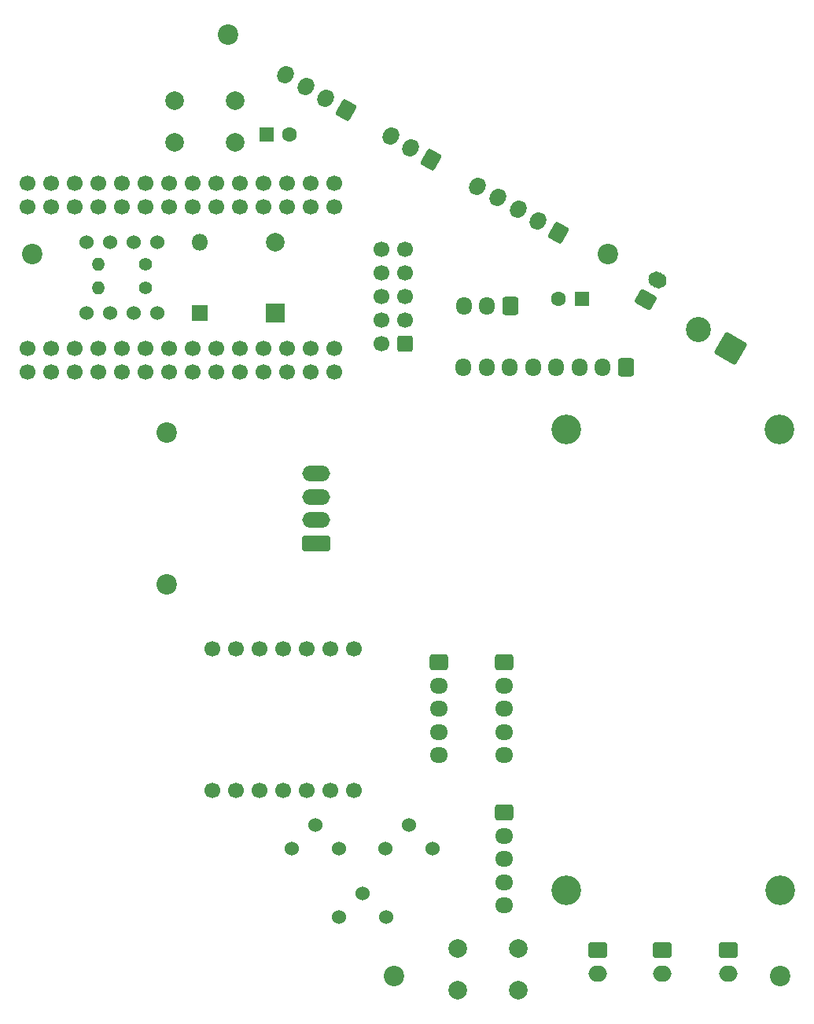
<source format=gbr>
%TF.GenerationSoftware,KiCad,Pcbnew,7.0.9*%
%TF.CreationDate,2024-01-11T17:42:47+09:00*%
%TF.ProjectId,MainBoard,4d61696e-426f-4617-9264-2e6b69636164,rev?*%
%TF.SameCoordinates,Original*%
%TF.FileFunction,Soldermask,Bot*%
%TF.FilePolarity,Negative*%
%FSLAX46Y46*%
G04 Gerber Fmt 4.6, Leading zero omitted, Abs format (unit mm)*
G04 Created by KiCad (PCBNEW 7.0.9) date 2024-01-11 17:42:47*
%MOMM*%
%LPD*%
G01*
G04 APERTURE LIST*
G04 Aperture macros list*
%AMRoundRect*
0 Rectangle with rounded corners*
0 $1 Rounding radius*
0 $2 $3 $4 $5 $6 $7 $8 $9 X,Y pos of 4 corners*
0 Add a 4 corners polygon primitive as box body*
4,1,4,$2,$3,$4,$5,$6,$7,$8,$9,$2,$3,0*
0 Add four circle primitives for the rounded corners*
1,1,$1+$1,$2,$3*
1,1,$1+$1,$4,$5*
1,1,$1+$1,$6,$7*
1,1,$1+$1,$8,$9*
0 Add four rect primitives between the rounded corners*
20,1,$1+$1,$2,$3,$4,$5,0*
20,1,$1+$1,$4,$5,$6,$7,0*
20,1,$1+$1,$6,$7,$8,$9,0*
20,1,$1+$1,$8,$9,$2,$3,0*%
%AMHorizOval*
0 Thick line with rounded ends*
0 $1 width*
0 $2 $3 position (X,Y) of the first rounded end (center of the circle)*
0 $4 $5 position (X,Y) of the second rounded end (center of the circle)*
0 Add line between two ends*
20,1,$1,$2,$3,$4,$5,0*
0 Add two circle primitives to create the rounded ends*
1,1,$1,$2,$3*
1,1,$1,$4,$5*%
G04 Aperture macros list end*
%ADD10RoundRect,0.250000X-0.750000X0.600000X-0.750000X-0.600000X0.750000X-0.600000X0.750000X0.600000X0*%
%ADD11O,2.000000X1.700000*%
%ADD12RoundRect,0.250000X0.882115X0.327868X-0.157115X0.927868X-0.882115X-0.327868X0.157115X-0.927868X0*%
%ADD13HorizOval,1.700000X0.062500X0.108253X-0.062500X-0.108253X0*%
%ADD14C,3.200000*%
%ADD15C,1.400000*%
%ADD16O,1.400000X1.400000*%
%ADD17C,1.524000*%
%ADD18RoundRect,0.250001X1.502627X0.402628X-0.402628X1.502627X-1.502627X-0.402628X0.402628X-1.502627X0*%
%ADD19C,2.700000*%
%ADD20C,1.700000*%
%ADD21RoundRect,0.250000X0.349519X-0.894615X0.949519X0.144615X-0.349519X0.894615X-0.949519X-0.144615X0*%
%ADD22HorizOval,1.700000X-0.129904X0.075000X0.129904X-0.075000X0*%
%ADD23C,2.200000*%
%ADD24RoundRect,0.250000X-0.725000X0.600000X-0.725000X-0.600000X0.725000X-0.600000X0.725000X0.600000X0*%
%ADD25O,1.950000X1.700000*%
%ADD26RoundRect,0.250000X0.600000X0.600000X-0.600000X0.600000X-0.600000X-0.600000X0.600000X-0.600000X0*%
%ADD27C,2.000000*%
%ADD28RoundRect,0.250000X0.600000X0.725000X-0.600000X0.725000X-0.600000X-0.725000X0.600000X-0.725000X0*%
%ADD29O,1.700000X1.950000*%
%ADD30R,1.800000X1.800000*%
%ADD31O,1.800000X1.800000*%
%ADD32R,1.600000X1.600000*%
%ADD33C,1.600000*%
%ADD34R,2.000000X2.000000*%
%ADD35RoundRect,0.250000X1.250000X-0.600000X1.250000X0.600000X-1.250000X0.600000X-1.250000X-0.600000X0*%
%ADD36O,3.000000X1.700000*%
G04 APERTURE END LIST*
D10*
%TO.C,J6*%
X180270000Y-143550000D03*
D11*
X180270000Y-146050000D03*
%TD*%
D12*
%TO.C,LINE*%
X176022000Y-66294000D03*
D13*
X173856936Y-65044000D03*
X171691873Y-63794000D03*
X169526809Y-62544000D03*
X167361746Y-61294000D03*
%TD*%
D14*
%TO.C,REF\u002A\u002A*%
X199872600Y-87477600D03*
%TD*%
D15*
%TO.C,10K*%
X131572000Y-72288400D03*
D16*
X126492000Y-72288400D03*
%TD*%
D17*
%TO.C,LINE*%
X152400000Y-139954000D03*
X154940000Y-137414000D03*
X157480000Y-139954000D03*
%TD*%
D18*
%TO.C,J11*%
X194564000Y-78740000D03*
D19*
X191134539Y-76760000D03*
%TD*%
D20*
%TO.C,U1*%
X123952000Y-81290000D03*
X118872000Y-78750000D03*
X121412000Y-63510000D03*
X126492000Y-60970000D03*
X129032000Y-60970000D03*
X146812000Y-60970000D03*
X121412000Y-78750000D03*
X123952000Y-78750000D03*
X126492000Y-78750000D03*
X129032000Y-78750000D03*
X131572000Y-78750000D03*
X134112000Y-78750000D03*
X136652000Y-78750000D03*
X139192000Y-78750000D03*
X141732000Y-78750000D03*
X144272000Y-78750000D03*
X146812000Y-78750000D03*
X149352000Y-78750000D03*
X151892000Y-78750000D03*
X151892000Y-81290000D03*
X149352000Y-60970000D03*
X151892000Y-60970000D03*
X151892000Y-63510000D03*
X149352000Y-63510000D03*
X146812000Y-63510000D03*
X144272000Y-63510000D03*
X141732000Y-63510000D03*
X139192000Y-63510000D03*
X136652000Y-63510000D03*
X134112000Y-63510000D03*
X131572000Y-63510000D03*
X129032000Y-63510000D03*
X126492000Y-63510000D03*
X129032000Y-81290000D03*
X123952000Y-63510000D03*
X144272000Y-60970000D03*
X118872000Y-63510000D03*
X118872000Y-60970000D03*
X141732000Y-60970000D03*
X134112000Y-60970000D03*
X136652000Y-60970000D03*
X131572000Y-60970000D03*
X139192000Y-60970000D03*
X139192000Y-81290000D03*
X149352000Y-81290000D03*
X141732000Y-81290000D03*
X146812000Y-81290000D03*
X144272000Y-81290000D03*
X118872000Y-81290000D03*
X121412000Y-81290000D03*
X126492000Y-81290000D03*
X131572000Y-81290000D03*
X134112000Y-81290000D03*
X136652000Y-81290000D03*
X121412000Y-60970000D03*
X123952000Y-60970000D03*
%TD*%
D14*
%TO.C,REF\u002A\u002A*%
X176885600Y-137083800D03*
%TD*%
D21*
%TO.C,J12*%
X185440000Y-73539064D03*
D22*
X186690000Y-71374000D03*
%TD*%
D12*
%TO.C,TOUCH*%
X153162000Y-53086000D03*
D13*
X150996936Y-51836000D03*
X148831873Y-50586000D03*
X146666809Y-49336000D03*
%TD*%
D23*
%TO.C,REF\u002A\u002A*%
X181356000Y-68580000D03*
%TD*%
D24*
%TO.C,J3*%
X163182300Y-112572800D03*
D25*
X163182300Y-115072800D03*
X163182300Y-117572800D03*
X163182300Y-120072800D03*
X163182300Y-122572800D03*
%TD*%
D23*
%TO.C,REF\u002A\u002A*%
X133858000Y-87833200D03*
%TD*%
D26*
%TO.C,SENSOR*%
X159512000Y-78232000D03*
D20*
X156972000Y-78232000D03*
X159512000Y-75692000D03*
X156972000Y-75692000D03*
X159512000Y-73152000D03*
X156972000Y-73152000D03*
X159512000Y-70612000D03*
X156972000Y-70612000D03*
X159512000Y-68072000D03*
X156972000Y-68072000D03*
%TD*%
D24*
%TO.C,J1*%
X170180000Y-128731000D03*
D25*
X170180000Y-131231000D03*
X170180000Y-133731000D03*
X170180000Y-136231000D03*
X170180000Y-138731000D03*
%TD*%
D23*
%TO.C,REF\u002A\u002A*%
X140487400Y-44983400D03*
%TD*%
D14*
%TO.C,REF\u002A\u002A*%
X199923400Y-137083800D03*
%TD*%
D27*
%TO.C,GYRO*%
X141224000Y-56570000D03*
X134724000Y-56570000D03*
X141224000Y-52070000D03*
X134724000Y-52070000D03*
%TD*%
%TO.C,SW2*%
X171704000Y-147878800D03*
X165204000Y-147878800D03*
X171704000Y-143378800D03*
X165204000Y-143378800D03*
%TD*%
D10*
%TO.C,J4*%
X194310000Y-143550000D03*
D11*
X194310000Y-146050000D03*
%TD*%
D17*
%TO.C,GYRO*%
X147320000Y-132588000D03*
X149860000Y-130048000D03*
X152400000Y-132588000D03*
%TD*%
D23*
%TO.C,REF\u002A\u002A*%
X158369000Y-146329400D03*
%TD*%
D28*
%TO.C,IO*%
X183308000Y-80772000D03*
D29*
X180808000Y-80772000D03*
X178308000Y-80772000D03*
X175808000Y-80772000D03*
X173308000Y-80772000D03*
X170808000Y-80772000D03*
X168308000Y-80772000D03*
X165808000Y-80772000D03*
%TD*%
D14*
%TO.C,REF\u002A\u002A*%
X176885600Y-87477600D03*
%TD*%
D23*
%TO.C,REF\u002A\u002A*%
X199948800Y-146329400D03*
%TD*%
D17*
%TO.C,U3*%
X132842000Y-67320000D03*
X130302000Y-67320000D03*
X127762000Y-67320000D03*
X125222000Y-67320000D03*
X132842000Y-74940000D03*
X130302000Y-74940000D03*
X127762000Y-74940000D03*
X125222000Y-74940000D03*
%TD*%
D30*
%TO.C,D1*%
X137414000Y-74940000D03*
D31*
X137414000Y-67320000D03*
%TD*%
D23*
%TO.C,REF\u002A\u002A*%
X119380000Y-68580000D03*
%TD*%
D15*
%TO.C,10K*%
X131572000Y-69748400D03*
D16*
X126492000Y-69748400D03*
%TD*%
D23*
%TO.C,REF\u002A\u002A*%
X133858000Y-104190800D03*
%TD*%
D10*
%TO.C,J5*%
X187255000Y-143570000D03*
D11*
X187255000Y-146070000D03*
%TD*%
D17*
%TO.C,TOUCH*%
X157429200Y-132588000D03*
X159969200Y-130048000D03*
X162509200Y-132588000D03*
%TD*%
D12*
%TO.C,KICK*%
X162306000Y-58420000D03*
D13*
X160140936Y-57170000D03*
X157975873Y-55920000D03*
%TD*%
D24*
%TO.C,J2*%
X170167300Y-112572800D03*
D25*
X170167300Y-115072800D03*
X170167300Y-117572800D03*
X170167300Y-120072800D03*
X170167300Y-122572800D03*
%TD*%
D20*
%TO.C,U2*%
X138760200Y-126365000D03*
X141300200Y-126365000D03*
X143840200Y-126365000D03*
X146380200Y-126365000D03*
X148920200Y-126365000D03*
X151460200Y-126365000D03*
X154000200Y-126365000D03*
X154000200Y-111125000D03*
X151460200Y-111125000D03*
X148920200Y-111125000D03*
X146380200Y-111125000D03*
X143840200Y-111125000D03*
X141300200Y-111125000D03*
X138760200Y-111125000D03*
%TD*%
D32*
%TO.C,C1*%
X178587400Y-73406000D03*
D33*
X176087400Y-73406000D03*
%TD*%
D34*
%TO.C,BZ1*%
X145542000Y-74930000D03*
D27*
X145542000Y-67330000D03*
%TD*%
D28*
%TO.C,ESC*%
X170862000Y-74168000D03*
D29*
X168362000Y-74168000D03*
X165862000Y-74168000D03*
%TD*%
D32*
%TO.C,C2*%
X144602200Y-55778400D03*
D33*
X147102200Y-55778400D03*
%TD*%
D35*
%TO.C,J7*%
X150008000Y-99762000D03*
D36*
X150008000Y-97262000D03*
X150008000Y-94762000D03*
X150008000Y-92262000D03*
%TD*%
M02*

</source>
